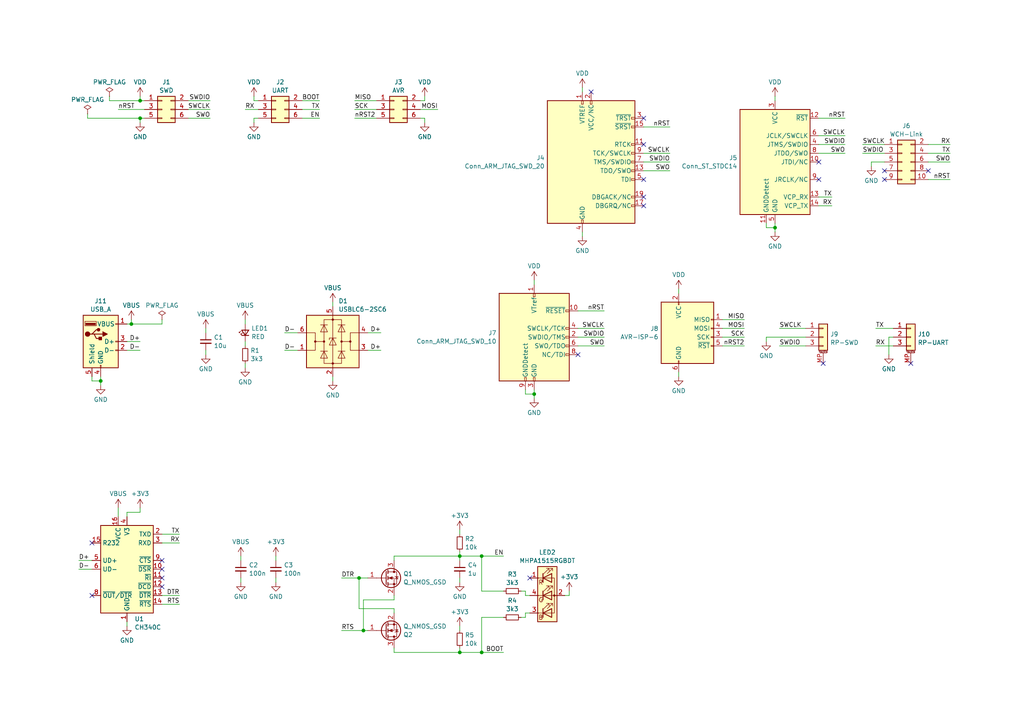
<source format=kicad_sch>
(kicad_sch (version 20230121) (generator eeschema)
  (paper "A4")
  (lib_symbols
    (symbol "Connector:AVR-ISP-6" (pin_names (offset 1.016))
      (property "Reference" "J" (at -6.35 11.43 0))
      (property "Value" "AVR-ISP-6" (at 0 11.43 0))
      (symbol "AVR-ISP-6_0_1"
        (rectangle (start -2.667 -6.858) (end -2.413 -7.62))
        (rectangle (start -2.667 10.16) (end -2.413 9.398))
        (rectangle (start 7.62 -2.413) (end 6.858 -2.667))
        (rectangle (start 7.62 0.127) (end 6.858 -0.127))
        (rectangle (start 7.62 2.667) (end 6.858 2.413))
        (rectangle (start 7.62 5.207) (end 6.858 4.953))
        (rectangle (start 7.62 10.16) (end -7.62 -7.62) (stroke (width 0.254)) (fill (type background)))
      )
      (symbol "AVR-ISP-6_1_1"
        (pin passive line (at 10.16 5.08 180) (length 2.54) (name "MISO") (number "1"))
        (pin passive line (at -2.54 12.7 270) (length 2.54) (name "VCC") (number "2"))
        (pin passive line (at 10.16 0 180) (length 2.54) (name "SCK") (number "3"))
        (pin passive line (at 10.16 2.54 180) (length 2.54) (name "MOSI") (number "4"))
        (pin passive line (at 10.16 -2.54 180) (length 2.54) (name "~{RST}") (number "5"))
        (pin passive line (at -2.54 -10.16 90) (length 2.54) (name "GND") (number "6"))
      )
    )
    (symbol "Connector:Conn_ARM_JTAG_SWD_10" (pin_names (offset 1.016))
      (property "Reference" "J" (at -2.54 16.51 0))
      (property "Value" "Conn_ARM_JTAG_SWD_10" (at -2.54 13.97 0))
      (symbol "Conn_ARM_JTAG_SWD_10_0_1"
        (rectangle (start -10.16 12.7) (end 10.16 -12.7) (stroke (width 0.254)) (fill (type background)))
        (rectangle (start -2.794 -12.7) (end -2.286 -11.684))
        (rectangle (start -0.254 -12.7) (end 0.254 -11.684))
        (rectangle (start -0.254 12.7) (end 0.254 11.684))
        (rectangle (start 9.144 2.286) (end 10.16 2.794))
        (rectangle (start 10.16 -2.794) (end 9.144 -2.286))
        (rectangle (start 10.16 -0.254) (end 9.144 0.254))
        (rectangle (start 10.16 7.874) (end 9.144 7.366))
      )
      (symbol "Conn_ARM_JTAG_SWD_10_1_1"
        (rectangle (start 9.144 -5.334) (end 10.16 -4.826))
        (pin power_in line (at 0 15.24 270) (length 2.54) (name "VTref") (number "1"))
        (pin open_collector line (at 12.7 7.62 180) (length 2.54) (name "~{RESET}") (number "10"))
        (pin bidirectional line (at 12.7 0 180) (length 2.54) (name "SWDIO/TMS") (number "2"))
        (pin power_in line (at 0 -15.24 90) (length 2.54) (name "GND") (number "3"))
        (pin output line (at 12.7 2.54 180) (length 2.54) (name "SWCLK/TCK") (number "4"))
        (pin passive line (at 0 -15.24 90) (length 2.54) hide (name "GND") (number "5"))
        (pin input line (at 12.7 -2.54 180) (length 2.54) (name "SWO/TDO") (number "6"))
        (pin no_connect line (at -10.16 0 0) (length 2.54) hide (name "KEY") (number "7"))
        (pin output line (at 12.7 -5.08 180) (length 2.54) (name "NC/TDI") (number "8"))
        (pin passive line (at -2.54 -15.24 90) (length 2.54) (name "GNDDetect") (number "9"))
      )
    )
    (symbol "Connector:Conn_ARM_JTAG_SWD_20" (pin_names (offset 1.016))
      (property "Reference" "J" (at -5.08 21.59 0))
      (property "Value" "Conn_ARM_JTAG_SWD_20" (at -5.08 19.05 0))
      (symbol "Conn_ARM_JTAG_SWD_20_0_1"
        (rectangle (start -12.7 17.78) (end 12.7 -17.78) (stroke (width 0.254)) (fill (type background)))
        (rectangle (start -2.794 -17.78) (end -2.286 -16.764))
        (rectangle (start -2.794 17.78) (end -2.286 16.764))
        (rectangle (start -0.254 17.78) (end 0.254 16.764))
        (rectangle (start 11.684 2.286) (end 12.7 2.794))
        (rectangle (start 12.7 -12.446) (end 11.684 -12.954))
        (rectangle (start 12.7 -9.906) (end 11.684 -10.414))
        (rectangle (start 12.7 -2.794) (end 11.684 -2.286))
        (rectangle (start 12.7 -0.254) (end 11.684 0.254))
        (rectangle (start 12.7 4.826) (end 11.684 5.334))
        (rectangle (start 12.7 10.414) (end 11.684 9.906))
        (rectangle (start 12.7 12.954) (end 11.684 12.446))
      )
      (symbol "Conn_ARM_JTAG_SWD_20_1_1"
        (rectangle (start 11.684 -5.334) (end 12.7 -4.826))
        (pin power_in line (at -2.54 20.32 270) (length 2.54) (name "VTREF") (number "1"))
        (pin passive line (at -2.54 -20.32 90) (length 2.54) hide (name "GND") (number "10"))
        (pin input line (at 15.24 5.08 180) (length 2.54) (name "RTCK") (number "11"))
        (pin passive line (at -2.54 -20.32 90) (length 2.54) hide (name "GND") (number "12"))
        (pin input line (at 15.24 -2.54 180) (length 2.54) (name "TDO/SWO") (number "13"))
        (pin passive line (at -2.54 -20.32 90) (length 2.54) hide (name "GND") (number "14"))
        (pin bidirectional line (at 15.24 10.16 180) (length 2.54) (name "~{SRST}") (number "15"))
        (pin passive line (at -2.54 -20.32 90) (length 2.54) hide (name "GND") (number "16"))
        (pin output line (at 15.24 -12.7 180) (length 2.54) (name "DBGRQ/NC") (number "17"))
        (pin passive line (at -2.54 -20.32 90) (length 2.54) hide (name "GND") (number "18"))
        (pin input line (at 15.24 -10.16 180) (length 2.54) (name "DBGACK/NC") (number "19"))
        (pin power_in line (at 0 20.32 270) (length 2.54) (name "VCC/NC") (number "2"))
        (pin passive line (at -2.54 -20.32 90) (length 2.54) hide (name "GND") (number "20"))
        (pin output line (at 15.24 12.7 180) (length 2.54) (name "~{TRST}") (number "3"))
        (pin power_in line (at -2.54 -20.32 90) (length 2.54) (name "GND") (number "4"))
        (pin output line (at 15.24 -5.08 180) (length 2.54) (name "TDI") (number "5"))
        (pin passive line (at -2.54 -20.32 90) (length 2.54) hide (name "GND") (number "6"))
        (pin output line (at 15.24 0 180) (length 2.54) (name "TMS/SWDIO") (number "7"))
        (pin passive line (at -2.54 -20.32 90) (length 2.54) hide (name "GND") (number "8"))
        (pin output line (at 15.24 2.54 180) (length 2.54) (name "TCK/SWCLK") (number "9"))
      )
    )
    (symbol "Connector:Conn_ST_STDC14"
      (property "Reference" "J" (at -8.89 16.51 0))
      (property "Value" "Conn_ST_STDC14" (at 17.78 16.51 0))
      (symbol "Conn_ST_STDC14_0_1"
        (rectangle (start -10.16 15.24) (end 10.16 -15.24) (stroke (width 0.254)) (fill (type background)))
      )
      (symbol "Conn_ST_STDC14_1_1"
        (pin no_connect line (at -10.16 5.08 0) (length 2.54) hide (name "NC") (number "1"))
        (pin output line (at 12.7 0 180) (length 2.54) (name "JTDI/NC") (number "10"))
        (pin passive line (at -2.54 -17.78 90) (length 2.54) (name "GNDDetect") (number "11"))
        (pin open_collector line (at 12.7 12.7 180) (length 2.54) (name "~{RST}") (number "12"))
        (pin output line (at 12.7 -10.16 180) (length 2.54) (name "VCP_RX") (number "13"))
        (pin input line (at 12.7 -12.7 180) (length 2.54) (name "VCP_TX") (number "14"))
        (pin no_connect line (at -10.16 2.54 0) (length 2.54) hide (name "NC") (number "2"))
        (pin power_in line (at 0 17.78 270) (length 2.54) (name "VCC") (number "3"))
        (pin bidirectional line (at 12.7 5.08 180) (length 2.54) (name "JTMS/SWDIO") (number "4"))
        (pin power_in line (at 0 -17.78 90) (length 2.54) (name "GND") (number "5"))
        (pin output line (at 12.7 7.62 180) (length 2.54) (name "JCLK/SWCLK") (number "6"))
        (pin passive line (at 0 -17.78 90) (length 2.54) hide (name "GND") (number "7"))
        (pin input line (at 12.7 2.54 180) (length 2.54) (name "JTDO/SWO") (number "8"))
        (pin input line (at 12.7 -5.08 180) (length 2.54) (name "JRCLK/NC") (number "9"))
      )
    )
    (symbol "Connector:USB_A" (pin_names (offset 1.016))
      (property "Reference" "J" (at -5.08 11.43 0))
      (property "Value" "USB_A" (at -5.08 8.89 0))
      (symbol "USB_A_0_1"
        (rectangle (start -5.08 -7.62) (end 5.08 7.62) (stroke (width 0.254)) (fill (type background)))
        (circle (center -3.81 2.159) (radius 0.635) (stroke (width 0.254)) (fill (type outline)))
        (rectangle (start -1.524 4.826) (end -4.318 5.334) (fill (type outline)))
        (rectangle (start -1.27 4.572) (end -4.572 5.842))
        (circle (center -0.635 3.429) (radius 0.381) (stroke (width 0.254)) (fill (type outline)))
        (rectangle (start -0.127 -7.62) (end 0.127 -6.858))
        (polyline (pts (xy -3.175 2.159) (xy -2.54 2.159) (xy -1.27 3.429) (xy -0.635 3.429)) (stroke (width 0.254)))
        (polyline (pts (xy -2.54 2.159) (xy -1.905 2.159) (xy -1.27 0.889) (xy 0 0.889)) (stroke (width 0.254)))
        (polyline (pts (xy 0.635 2.794) (xy 0.635 1.524) (xy 1.905 2.159) (xy 0.635 2.794)) (stroke (width 0.254)) (fill (type outline)))
        (rectangle (start 0.254 1.27) (end -0.508 0.508) (stroke (width 0.254)) (fill (type outline)))
        (rectangle (start 5.08 -2.667) (end 4.318 -2.413))
        (rectangle (start 5.08 -0.127) (end 4.318 0.127))
        (rectangle (start 5.08 4.953) (end 4.318 5.207))
      )
      (symbol "USB_A_1_1"
        (polyline (pts (xy -1.905 2.159) (xy 0.635 2.159)) (stroke (width 0.254)))
        (pin power_in line (at 7.62 5.08 180) (length 2.54) (name "VBUS") (number "1"))
        (pin bidirectional line (at 7.62 -2.54 180) (length 2.54) (name "D-") (number "2"))
        (pin bidirectional line (at 7.62 0 180) (length 2.54) (name "D+") (number "3"))
        (pin power_in line (at 0 -10.16 90) (length 2.54) (name "GND") (number "4"))
        (pin passive line (at -2.54 -10.16 90) (length 2.54) (name "Shield") (number "5"))
      )
    )
    (symbol "Connector_Generic:Conn_02x03_Odd_Even" (pin_names (offset 1.016) hide)
      (property "Reference" "J" (at 1.27 5.08 0))
      (property "Value" "Conn_02x03_Odd_Even" (at 1.27 -5.08 0))
      (symbol "Conn_02x03_Odd_Even_1_1"
        (rectangle (start -1.27 -2.413) (end 0 -2.667) (stroke (width 0.1524)))
        (rectangle (start -1.27 0.127) (end 0 -0.127) (stroke (width 0.1524)))
        (rectangle (start -1.27 2.667) (end 0 2.413) (stroke (width 0.1524)))
        (rectangle (start -1.27 3.81) (end 3.81 -3.81) (stroke (width 0.254)) (fill (type background)))
        (rectangle (start 3.81 -2.413) (end 2.54 -2.667) (stroke (width 0.1524)))
        (rectangle (start 3.81 0.127) (end 2.54 -0.127) (stroke (width 0.1524)))
        (rectangle (start 3.81 2.667) (end 2.54 2.413) (stroke (width 0.1524)))
        (pin passive line (at -5.08 2.54 0) (length 3.81) (name "Pin_1") (number "1"))
        (pin passive line (at 7.62 2.54 180) (length 3.81) (name "Pin_2") (number "2"))
        (pin passive line (at -5.08 0 0) (length 3.81) (name "Pin_3") (number "3"))
        (pin passive line (at 7.62 0 180) (length 3.81) (name "Pin_4") (number "4"))
        (pin passive line (at -5.08 -2.54 0) (length 3.81) (name "Pin_5") (number "5"))
        (pin passive line (at 7.62 -2.54 180) (length 3.81) (name "Pin_6") (number "6"))
      )
    )
    (symbol "Connector_Generic:Conn_02x05_Odd_Even" (pin_names (offset 1.016) hide)
      (property "Reference" "J" (at 1.27 7.62 0))
      (property "Value" "Conn_02x05_Odd_Even" (at 1.27 -7.62 0))
      (symbol "Conn_02x05_Odd_Even_1_1"
        (rectangle (start -1.27 -4.953) (end 0 -5.207) (stroke (width 0.1524)))
        (rectangle (start -1.27 -2.413) (end 0 -2.667) (stroke (width 0.1524)))
        (rectangle (start -1.27 0.127) (end 0 -0.127) (stroke (width 0.1524)))
        (rectangle (start -1.27 2.667) (end 0 2.413) (stroke (width 0.1524)))
        (rectangle (start -1.27 5.207) (end 0 4.953) (stroke (width 0.1524)))
        (rectangle (start -1.27 6.35) (end 3.81 -6.35) (stroke (width 0.254)) (fill (type background)))
        (rectangle (start 3.81 -4.953) (end 2.54 -5.207) (stroke (width 0.1524)))
        (rectangle (start 3.81 -2.413) (end 2.54 -2.667) (stroke (width 0.1524)))
        (rectangle (start 3.81 0.127) (end 2.54 -0.127) (stroke (width 0.1524)))
        (rectangle (start 3.81 2.667) (end 2.54 2.413) (stroke (width 0.1524)))
        (rectangle (start 3.81 5.207) (end 2.54 4.953) (stroke (width 0.1524)))
        (pin passive line (at -5.08 5.08 0) (length 3.81) (name "Pin_1") (number "1"))
        (pin passive line (at 7.62 -5.08 180) (length 3.81) (name "Pin_10") (number "10"))
        (pin passive line (at 7.62 5.08 180) (length 3.81) (name "Pin_2") (number "2"))
        (pin passive line (at -5.08 2.54 0) (length 3.81) (name "Pin_3") (number "3"))
        (pin passive line (at 7.62 2.54 180) (length 3.81) (name "Pin_4") (number "4"))
        (pin passive line (at -5.08 0 0) (length 3.81) (name "Pin_5") (number "5"))
        (pin passive line (at 7.62 0 180) (length 3.81) (name "Pin_6") (number "6"))
        (pin passive line (at -5.08 -2.54 0) (length 3.81) (name "Pin_7") (number "7"))
        (pin passive line (at 7.62 -2.54 180) (length 3.81) (name "Pin_8") (number "8"))
        (pin passive line (at -5.08 -5.08 0) (length 3.81) (name "Pin_9") (number "9"))
      )
    )
    (symbol "Connector_Generic_MountingPin:Conn_01x03_MountingPin" (pin_names (offset 1.016) hide)
      (property "Reference" "J" (at 0 5.08 0))
      (property "Value" "Conn_01x03_MountingPin" (at 1.27 -5.08 0))
      (symbol "Conn_01x03_MountingPin_1_1"
        (rectangle (start -1.27 -2.413) (end 0 -2.667) (stroke (width 0.1524)))
        (rectangle (start -1.27 0.127) (end 0 -0.127) (stroke (width 0.1524)))
        (rectangle (start -1.27 2.667) (end 0 2.413) (stroke (width 0.1524)))
        (rectangle (start -1.27 3.81) (end 1.27 -3.81) (stroke (width 0.254)) (fill (type background)))
        (polyline (pts (xy -1.016 -4.572) (xy 1.016 -4.572)) (stroke (width 0.1524)))
        (text "Mounting" (at 0 -4.191 0) (effects (font (size 0.381 0.381))))
        (pin passive line (at -5.08 2.54 0) (length 3.81) (name "Pin_1") (number "1"))
        (pin passive line (at -5.08 0 0) (length 3.81) (name "Pin_2") (number "2"))
        (pin passive line (at -5.08 -2.54 0) (length 3.81) (name "Pin_3") (number "3"))
        (pin passive line (at 0 -7.62 90) (length 3.048) (name "MountPin") (number "MP"))
      )
    )
    (symbol "Device:C_Small" (pin_numbers hide) (pin_names (offset 0.254) hide)
      (property "Reference" "C" (at 0.254 1.778 0))
      (property "Value" "C_Small" (at 0.254 -2.032 0))
      (symbol "C_Small_0_1"
        (polyline (pts (xy -1.524 -0.508) (xy 1.524 -0.508)) (stroke (width 0.3302)))
        (polyline (pts (xy -1.524 0.508) (xy 1.524 0.508)) (stroke (width 0.3048)))
      )
      (symbol "C_Small_1_1"
        (pin passive line (at 0 2.54 270) (length 2.032) (name "~") (number "1"))
        (pin passive line (at 0 -2.54 90) (length 2.032) (name "~") (number "2"))
      )
    )
    (symbol "Device:LED_RABG" (pin_names (offset 0) hide)
      (property "Reference" "D" (at 0 9.398 0))
      (property "Value" "LED_RABG" (at 0 -8.89 0))
      (symbol "LED_RABG_0_0"
        (text "B" (at -1.905 -6.35 0) (effects (font (size 1.27 1.27))))
        (text "G" (at -1.905 -1.27 0) (effects (font (size 1.27 1.27))))
        (text "R" (at -1.905 3.81 0) (effects (font (size 1.27 1.27))))
      )
      (symbol "LED_RABG_0_1"
        (polyline (pts (xy -1.27 -5.08) (xy -2.54 -5.08)))
        (polyline (pts (xy -1.27 -5.08) (xy 1.27 -5.08)))
        (polyline (pts (xy -1.27 -3.81) (xy -1.27 -6.35)) (stroke (width 0.254)))
        (polyline (pts (xy -1.27 0) (xy -2.54 0)))
        (polyline (pts (xy -1.27 1.27) (xy -1.27 -1.27)) (stroke (width 0.254)))
        (polyline (pts (xy -1.27 5.08) (xy -2.54 5.08)))
        (polyline (pts (xy -1.27 5.08) (xy 1.27 5.08)))
        (polyline (pts (xy -1.27 6.35) (xy -1.27 3.81)) (stroke (width 0.254)))
        (polyline (pts (xy 1.27 0) (xy -1.27 0)))
        (polyline (pts (xy 1.27 0) (xy 2.54 0)))
        (polyline (pts (xy -1.27 1.27) (xy -1.27 -1.27) (xy -1.27 -1.27)))
        (polyline (pts (xy -1.27 6.35) (xy -1.27 3.81) (xy -1.27 3.81)))
        (polyline (pts (xy 1.27 -5.08) (xy 2.032 -5.08) (xy 2.032 5.08) (xy 1.27 5.08)))
        (polyline (pts (xy 1.27 -3.81) (xy 1.27 -6.35) (xy -1.27 -5.08) (xy 1.27 -3.81)) (stroke (width 0.254)))
        (polyline (pts (xy 1.27 1.27) (xy 1.27 -1.27) (xy -1.27 0) (xy 1.27 1.27)) (stroke (width 0.254)))
        (polyline (pts (xy 1.27 6.35) (xy 1.27 3.81) (xy -1.27 5.08) (xy 1.27 6.35)) (stroke (width 0.254)))
        (polyline (pts (xy -1.016 -3.81) (xy 0.508 -2.286) (xy -0.254 -2.286) (xy 0.508 -2.286) (xy 0.508 -3.048)))
        (polyline (pts (xy -1.016 1.27) (xy 0.508 2.794) (xy -0.254 2.794) (xy 0.508 2.794) (xy 0.508 2.032)))
        (polyline (pts (xy -1.016 6.35) (xy 0.508 7.874) (xy -0.254 7.874) (xy 0.508 7.874) (xy 0.508 7.112)))
        (polyline (pts (xy 0 -3.81) (xy 1.524 -2.286) (xy 0.762 -2.286) (xy 1.524 -2.286) (xy 1.524 -3.048)))
        (polyline (pts (xy 0 1.27) (xy 1.524 2.794) (xy 0.762 2.794) (xy 1.524 2.794) (xy 1.524 2.032)))
        (polyline (pts (xy 0 6.35) (xy 1.524 7.874) (xy 0.762 7.874) (xy 1.524 7.874) (xy 1.524 7.112)))
        (rectangle (start 1.27 -1.27) (end 1.27 1.27))
        (rectangle (start 1.27 1.27) (end 1.27 1.27))
        (rectangle (start 1.27 3.81) (end 1.27 6.35))
        (rectangle (start 1.27 6.35) (end 1.27 6.35))
        (circle (center 2.032 0) (radius 0.254) (fill (type outline)))
        (rectangle (start 2.794 8.382) (end -2.794 -7.62) (stroke (width 0.254)) (fill (type background)))
      )
      (symbol "LED_RABG_1_1"
        (pin passive line (at -5.08 5.08 0) (length 2.54) (name "RK") (number "1"))
        (pin passive line (at 5.08 0 180) (length 2.54) (name "A") (number "2"))
        (pin passive line (at -5.08 -5.08 0) (length 2.54) (name "BK") (number "3"))
        (pin passive line (at -5.08 0 0) (length 2.54) (name "GK") (number "4"))
      )
    )
    (symbol "Device:LED_Small" (pin_numbers hide) (pin_names (offset 0.254) hide)
      (property "Reference" "D" (at -1.27 3.175 0))
      (property "Value" "LED_Small" (at -4.445 -2.54 0))
      (symbol "LED_Small_0_1"
        (polyline (pts (xy -0.762 -1.016) (xy -0.762 1.016)) (stroke (width 0.254)))
        (polyline (pts (xy 1.016 0) (xy -0.762 0)))
        (polyline (pts (xy 0.762 -1.016) (xy -0.762 0) (xy 0.762 1.016) (xy 0.762 -1.016)) (stroke (width 0.254)))
        (polyline (pts (xy 0 0.762) (xy -0.508 1.27) (xy -0.254 1.27) (xy -0.508 1.27) (xy -0.508 1.016)))
        (polyline (pts (xy 0.508 1.27) (xy 0 1.778) (xy 0.254 1.778) (xy 0 1.778) (xy 0 1.524)))
      )
      (symbol "LED_Small_1_1"
        (pin passive line (at -2.54 0 0) (length 1.778) (name "K") (number "1"))
        (pin passive line (at 2.54 0 180) (length 1.778) (name "A") (number "2"))
      )
    )
    (symbol "Device:Q_NMOS_GSD" (pin_names (offset 0) hide)
      (property "Reference" "Q" (at 5.08 1.27 0))
      (property "Value" "Q_NMOS_GSD" (at 5.08 -1.27 0))
      (symbol "Q_NMOS_GSD_0_1"
        (polyline (pts (xy 0.254 0) (xy -2.54 0)))
        (polyline (pts (xy 0.254 1.905) (xy 0.254 -1.905)) (stroke (width 0.254)))
        (polyline (pts (xy 0.762 -1.27) (xy 0.762 -2.286)) (stroke (width 0.254)))
        (polyline (pts (xy 0.762 0.508) (xy 0.762 -0.508)) (stroke (width 0.254)))
        (polyline (pts (xy 0.762 2.286) (xy 0.762 1.27)) (stroke (width 0.254)))
        (polyline (pts (xy 2.54 2.54) (xy 2.54 1.778)))
        (polyline (pts (xy 2.54 -2.54) (xy 2.54 0) (xy 0.762 0)))
        (polyline (pts (xy 0.762 -1.778) (xy 3.302 -1.778) (xy 3.302 1.778) (xy 0.762 1.778)))
        (polyline (pts (xy 1.016 0) (xy 2.032 0.381) (xy 2.032 -0.381) (xy 1.016 0)) (fill (type outline)))
        (polyline (pts (xy 2.794 0.508) (xy 2.921 0.381) (xy 3.683 0.381) (xy 3.81 0.254)))
        (polyline (pts (xy 3.302 0.381) (xy 2.921 -0.254) (xy 3.683 -0.254) (xy 3.302 0.381)))
        (circle (center 1.651 0) (radius 2.794) (stroke (width 0.254)))
        (circle (center 2.54 -1.778) (radius 0.254) (fill (type outline)))
        (circle (center 2.54 1.778) (radius 0.254) (fill (type outline)))
      )
      (symbol "Q_NMOS_GSD_1_1"
        (pin input line (at -5.08 0 0) (length 2.54) (name "G") (number "1"))
        (pin passive line (at 2.54 -5.08 90) (length 2.54) (name "S") (number "2"))
        (pin passive line (at 2.54 5.08 270) (length 2.54) (name "D") (number "3"))
      )
    )
    (symbol "Device:R_Small" (pin_numbers hide) (pin_names (offset 0.254) hide)
      (property "Reference" "R" (at 0.762 0.508 0))
      (property "Value" "R_Small" (at 0.762 -1.016 0))
      (symbol "R_Small_0_1"
        (rectangle (start -0.762 1.778) (end 0.762 -1.778) (stroke (width 0.2032)))
      )
      (symbol "R_Small_1_1"
        (pin passive line (at 0 2.54 270) (length 0.762) (name "~") (number "1"))
        (pin passive line (at 0 -2.54 90) (length 0.762) (name "~") (number "2"))
      )
    )
    (symbol "Interface_USB:CH340C"
      (property "Reference" "U" (at -5.08 13.97 0))
      (property "Value" "CH340C" (at 1.27 13.97 0))
      (symbol "CH340C_0_1"
        (rectangle (start -7.62 12.7) (end 7.62 -12.7) (stroke (width 0.254)) (fill (type background)))
      )
      (symbol "CH340C_1_1"
        (pin power_in line (at 0 -15.24 90) (length 2.54) (name "GND") (number "1"))
        (pin input line (at 10.16 0 180) (length 2.54) (name "~{DSR}") (number "10"))
        (pin input line (at 10.16 -2.54 180) (length 2.54) (name "~{RI}") (number "11"))
        (pin input line (at 10.16 -5.08 180) (length 2.54) (name "~{DCD}") (number "12"))
        (pin output line (at 10.16 -7.62 180) (length 2.54) (name "~{DTR}") (number "13"))
        (pin output line (at 10.16 -10.16 180) (length 2.54) (name "~{RTS}") (number "14"))
        (pin input line (at -10.16 7.62 0) (length 2.54) (name "R232") (number "15"))
        (pin power_in line (at -2.54 15.24 270) (length 2.54) (name "VCC") (number "16"))
        (pin output line (at 10.16 10.16 180) (length 2.54) (name "TXD") (number "2"))
        (pin input line (at 10.16 7.62 180) (length 2.54) (name "RXD") (number "3"))
        (pin power_out line (at 0 15.24 270) (length 2.54) (name "V3") (number "4"))
        (pin bidirectional line (at -10.16 2.54 0) (length 2.54) (name "UD+") (number "5"))
        (pin bidirectional line (at -10.16 0 0) (length 2.54) (name "UD-") (number "6"))
        (pin no_connect line (at -7.62 -5.08 0) (length 2.54) hide (name "NC") (number "7"))
        (pin output line (at -10.16 -7.62 0) (length 2.54) (name "~{OUT}/~{DTR}") (number "8"))
        (pin input line (at 10.16 2.54 180) (length 2.54) (name "~{CTS}") (number "9"))
      )
    )
    (symbol "Power_Protection:USBLC6-2SC6" (pin_names hide)
      (property "Reference" "U" (at 2.54 8.89 0))
      (property "Value" "USBLC6-2SC6" (at 2.54 -8.89 0))
      (symbol "USBLC6-2SC6_0_1"
        (rectangle (start -7.62 -7.62) (end 7.62 7.62) (stroke (width 0.254)) (fill (type background)))
        (circle (center -5.08 0) (radius 0.254) (fill (type outline)))
        (circle (center -2.54 0) (radius 0.254) (fill (type outline)))
        (rectangle (start -2.54 6.35) (end 2.54 -6.35))
        (circle (center 0 -6.35) (radius 0.254) (fill (type outline)))
        (polyline (pts (xy -5.08 -2.54) (xy -7.62 -2.54)))
        (polyline (pts (xy -5.08 0) (xy -5.08 -2.54)))
        (polyline (pts (xy -5.08 2.54) (xy -7.62 2.54)))
        (polyline (pts (xy -1.524 -2.794) (xy -3.556 -2.794)))
        (polyline (pts (xy -1.524 4.826) (xy -3.556 4.826)))
        (polyline (pts (xy 0 -7.62) (xy 0 -6.35)))
        (polyline (pts (xy 0 -6.35) (xy 0 1.27)))
        (polyline (pts (xy 0 1.27) (xy 0 6.35)))
        (polyline (pts (xy 0 6.35) (xy 0 7.62)))
        (polyline (pts (xy 1.524 -2.794) (xy 3.556 -2.794)))
        (polyline (pts (xy 1.524 4.826) (xy 3.556 4.826)))
        (polyline (pts (xy 5.08 -2.54) (xy 7.62 -2.54)))
        (polyline (pts (xy 5.08 0) (xy 5.08 -2.54)))
        (polyline (pts (xy 5.08 2.54) (xy 7.62 2.54)))
        (polyline (pts (xy -2.54 0) (xy -5.08 0) (xy -5.08 2.54)))
        (polyline (pts (xy 2.54 0) (xy 5.08 0) (xy 5.08 2.54)))
        (polyline (pts (xy -3.556 -4.826) (xy -1.524 -4.826) (xy -2.54 -2.794) (xy -3.556 -4.826)))
        (polyline (pts (xy -3.556 2.794) (xy -1.524 2.794) (xy -2.54 4.826) (xy -3.556 2.794)))
        (polyline (pts (xy -1.016 -1.016) (xy 1.016 -1.016) (xy 0 1.016) (xy -1.016 -1.016)))
        (polyline (pts (xy 1.016 1.016) (xy 0.762 1.016) (xy -1.016 1.016) (xy -1.016 0.508)))
        (polyline (pts (xy 3.556 -4.826) (xy 1.524 -4.826) (xy 2.54 -2.794) (xy 3.556 -4.826)))
        (polyline (pts (xy 3.556 2.794) (xy 1.524 2.794) (xy 2.54 4.826) (xy 3.556 2.794)))
        (circle (center 0 6.35) (radius 0.254) (fill (type outline)))
        (circle (center 2.54 0) (radius 0.254) (fill (type outline)))
        (circle (center 5.08 0) (radius 0.254) (fill (type outline)))
      )
      (symbol "USBLC6-2SC6_1_1"
        (pin passive line (at -10.16 -2.54 0) (length 2.54) (name "I/O1") (number "1"))
        (pin passive line (at 0 -10.16 90) (length 2.54) (name "GND") (number "2"))
        (pin passive line (at 10.16 -2.54 180) (length 2.54) (name "I/O2") (number "3"))
        (pin passive line (at 10.16 2.54 180) (length 2.54) (name "I/O2") (number "4"))
        (pin passive line (at 0 10.16 270) (length 2.54) (name "VBUS") (number "5"))
        (pin passive line (at -10.16 2.54 0) (length 2.54) (name "I/O1") (number "6"))
      )
    )
    (symbol "power:+3V3" (power) (pin_names (offset 0))
      (property "Value" "+3V3" (at 0 3.556 0))
      (symbol "+3V3_0_1"
        (polyline (pts (xy -0.762 1.27) (xy 0 2.54)))
        (polyline (pts (xy 0 0) (xy 0 2.54)))
        (polyline (pts (xy 0 2.54) (xy 0.762 1.27)))
      )
      (symbol "+3V3_1_1"
        (pin power_in line (at 0 0 90) (length 0) hide (name "+3V3") (number "1"))
      )
    )
    (symbol "power:GND" (power) (pin_names (offset 0))
      (property "Value" "GND" (at 0 -3.81 0))
      (symbol "GND_0_1"
        (polyline (pts (xy 0 0) (xy 0 -1.27) (xy 1.27 -1.27) (xy 0 -2.54) (xy -1.27 -1.27) (xy 0 -1.27)))
      )
      (symbol "GND_1_1"
        (pin power_in line (at 0 0 270) (length 0) hide (name "GND") (number "1"))
      )
    )
    (symbol "power:PWR_FLAG" (power) (pin_numbers hide) (pin_names (offset 0) hide)
      (property "Value" "PWR_FLAG" (at 0 3.81 0))
      (symbol "PWR_FLAG_0_0"
        (pin power_out line (at 0 0 90) (length 0) (name "pwr") (number "1"))
      )
      (symbol "PWR_FLAG_0_1"
        (polyline (pts (xy 0 0) (xy 0 1.27) (xy -1.016 1.905) (xy 0 2.54) (xy 1.016 1.905) (xy 0 1.27)))
      )
    )
    (symbol "power:VBUS" (power) (pin_names (offset 0))
      (property "Value" "VBUS" (at 0 3.81 0))
      (symbol "VBUS_0_1"
        (polyline (pts (xy -0.762 1.27) (xy 0 2.54)))
        (polyline (pts (xy 0 0) (xy 0 2.54)))
        (polyline (pts (xy 0 2.54) (xy 0.762 1.27)))
      )
      (symbol "VBUS_1_1"
        (pin power_in line (at 0 0 90) (length 0) hide (name "VBUS") (number "1"))
      )
    )
    (symbol "power:VDD" (power) (pin_names (offset 0))
      (property "Value" "VDD" (at 0 3.81 0))
      (symbol "VDD_0_1"
        (polyline (pts (xy -0.762 1.27) (xy 0 2.54)))
        (polyline (pts (xy 0 0) (xy 0 2.54)))
        (polyline (pts (xy 0 2.54) (xy 0.762 1.27)))
      )
      (symbol "VDD_1_1"
        (pin power_in line (at 0 0 90) (length 0) hide (name "VDD") (number "1"))
      )
    )
  )
  (junction (at 224.79 66.04))
  (junction (at 29.21 110.49))
  (junction (at 154.94 114.3))
  (junction (at 133.35 161.29))
  (junction (at 40.64 34.29))
  (junction (at 104.14 167.64))
  (junction (at 139.7 161.29))
  (junction (at 105.41 182.88))
  (junction (at 38.1 93.98))
  (junction (at 40.64 29.21))
  (junction (at 133.35 189.23))
  (junction (at 139.7 189.23))
  (no_connect (at 153.67 167.64))
  (no_connect (at 256.54 49.53))
  (no_connect (at 186.69 57.15))
  (no_connect (at 264.16 105.41))
  (no_connect (at 167.64 102.87))
  (no_connect (at 186.69 34.29))
  (no_connect (at 186.69 59.69))
  (no_connect (at 256.54 52.07))
  (no_connect (at 186.69 41.91))
  (no_connect (at 237.49 46.99))
  (no_connect (at 46.99 170.18))
  (no_connect (at 26.67 157.48))
  (no_connect (at 238.76 105.41))
  (no_connect (at 46.99 165.1))
  (no_connect (at 46.99 167.64))
  (no_connect (at 269.24 49.53))
  (no_connect (at 46.99 162.56))
  (no_connect (at 237.49 52.07))
  (no_connect (at 26.67 172.72))
  (no_connect (at 171.45 26.67))
  (no_connect (at 186.69 52.07))
  (wire (pts (xy 96.52 109.22) (xy 96.52 110.49)))
  (wire (pts (xy 59.69 101.6) (xy 59.69 102.87)))
  (wire (pts (xy 167.64 100.33) (xy 175.26 100.33)))
  (wire (pts (xy 269.24 46.99) (xy 275.59 46.99)))
  (wire (pts (xy 237.49 59.69) (xy 241.3 59.69)))
  (wire (pts (xy 38.1 92.71) (xy 38.1 93.98)))
  (wire (pts (xy 237.49 34.29) (xy 245.11 34.29)))
  (wire (pts (xy 22.86 162.56) (xy 26.67 162.56)))
  (wire (pts (xy 196.85 107.95) (xy 196.85 109.22)))
  (wire (pts (xy 73.66 29.21) (xy 74.93 29.21)))
  (wire (pts (xy 139.7 161.29) (xy 146.05 161.29)))
  (wire (pts (xy 237.49 44.45) (xy 245.11 44.45)))
  (wire (pts (xy 36.83 99.06) (xy 40.64 99.06)))
  (wire (pts (xy 209.55 95.25) (xy 215.9 95.25)))
  (wire (pts (xy 133.35 160.02) (xy 133.35 161.29)))
  (wire (pts (xy 222.25 64.77) (xy 222.25 66.04)))
  (wire (pts (xy 71.12 31.75) (xy 74.93 31.75)))
  (wire (pts (xy 82.55 101.6) (xy 86.36 101.6)))
  (wire (pts (xy 146.05 171.45) (xy 139.7 171.45)))
  (wire (pts (xy 36.83 180.34) (xy 36.83 181.61)))
  (wire (pts (xy 222.25 97.79) (xy 233.68 97.79)))
  (wire (pts (xy 167.64 97.79) (xy 175.26 97.79)))
  (wire (pts (xy 114.3 173.99) (xy 114.3 172.72)))
  (wire (pts (xy 152.4 113.03) (xy 152.4 114.3)))
  (wire (pts (xy 36.83 101.6) (xy 40.64 101.6)))
  (wire (pts (xy 71.12 99.06) (xy 71.12 100.33)))
  (wire (pts (xy 165.1 171.45) (xy 165.1 172.72)))
  (wire (pts (xy 106.68 101.6) (xy 110.49 101.6)))
  (wire (pts (xy 237.49 41.91) (xy 245.11 41.91)))
  (wire (pts (xy 167.64 95.25) (xy 175.26 95.25)))
  (wire (pts (xy 151.13 179.07) (xy 152.4 179.07)))
  (wire (pts (xy 38.1 93.98) (xy 46.99 93.98)))
  (wire (pts (xy 46.99 92.71) (xy 46.99 93.98)))
  (wire (pts (xy 29.21 110.49) (xy 29.21 111.76)))
  (wire (pts (xy 38.1 93.98) (xy 36.83 93.98)))
  (wire (pts (xy 46.99 157.48) (xy 52.07 157.48)))
  (wire (pts (xy 254 95.25) (xy 259.08 95.25)))
  (wire (pts (xy 73.66 34.29) (xy 74.93 34.29)))
  (wire (pts (xy 186.69 44.45) (xy 194.31 44.45)))
  (wire (pts (xy 105.41 173.99) (xy 114.3 173.99)))
  (wire (pts (xy 71.12 92.71) (xy 71.12 93.98)))
  (wire (pts (xy 226.06 100.33) (xy 233.68 100.33)))
  (wire (pts (xy 222.25 99.06) (xy 222.25 97.79)))
  (wire (pts (xy 254 100.33) (xy 259.08 100.33)))
  (wire (pts (xy 54.61 29.21) (xy 60.96 29.21)))
  (wire (pts (xy 152.4 114.3) (xy 154.94 114.3)))
  (wire (pts (xy 224.79 66.04) (xy 224.79 67.31)))
  (wire (pts (xy 87.63 34.29) (xy 92.71 34.29)))
  (wire (pts (xy 25.4 33.02) (xy 25.4 34.29)))
  (wire (pts (xy 123.19 29.21) (xy 121.92 29.21)))
  (wire (pts (xy 73.66 35.56) (xy 73.66 34.29)))
  (wire (pts (xy 59.69 95.25) (xy 59.69 96.52)))
  (wire (pts (xy 106.68 96.52) (xy 110.49 96.52)))
  (wire (pts (xy 36.83 148.59) (xy 40.64 148.59)))
  (wire (pts (xy 25.4 34.29) (xy 40.64 34.29)))
  (wire (pts (xy 257.81 97.79) (xy 259.08 97.79)))
  (wire (pts (xy 133.35 153.67) (xy 133.35 154.94)))
  (wire (pts (xy 105.41 182.88) (xy 105.41 173.99)))
  (wire (pts (xy 73.66 27.94) (xy 73.66 29.21)))
  (wire (pts (xy 252.73 46.99) (xy 256.54 46.99)))
  (wire (pts (xy 133.35 167.64) (xy 133.35 168.91)))
  (wire (pts (xy 106.68 182.88) (xy 105.41 182.88)))
  (wire (pts (xy 152.4 172.72) (xy 152.4 171.45)))
  (wire (pts (xy 114.3 162.56) (xy 114.3 161.29)))
  (wire (pts (xy 80.01 167.64) (xy 80.01 168.91)))
  (wire (pts (xy 114.3 187.96) (xy 114.3 189.23)))
  (wire (pts (xy 168.91 25.4) (xy 168.91 26.67)))
  (wire (pts (xy 186.69 46.99) (xy 194.31 46.99)))
  (wire (pts (xy 96.52 87.63) (xy 96.52 88.9)))
  (wire (pts (xy 250.19 44.45) (xy 256.54 44.45)))
  (wire (pts (xy 133.35 187.96) (xy 133.35 189.23)))
  (wire (pts (xy 71.12 105.41) (xy 71.12 106.68)))
  (wire (pts (xy 133.35 189.23) (xy 139.7 189.23)))
  (wire (pts (xy 152.4 177.8) (xy 152.4 179.07)))
  (wire (pts (xy 31.75 27.94) (xy 31.75 29.21)))
  (wire (pts (xy 133.35 161.29) (xy 133.35 162.56)))
  (wire (pts (xy 121.92 34.29) (xy 123.19 34.29)))
  (wire (pts (xy 153.67 177.8) (xy 152.4 177.8)))
  (wire (pts (xy 87.63 31.75) (xy 92.71 31.75)))
  (wire (pts (xy 40.64 34.29) (xy 40.64 35.56)))
  (wire (pts (xy 154.94 81.28) (xy 154.94 82.55)))
  (wire (pts (xy 152.4 171.45) (xy 151.13 171.45)))
  (wire (pts (xy 54.61 34.29) (xy 60.96 34.29)))
  (wire (pts (xy 46.99 172.72) (xy 52.07 172.72)))
  (wire (pts (xy 80.01 161.29) (xy 80.01 162.56)))
  (wire (pts (xy 69.85 161.29) (xy 69.85 162.56)))
  (wire (pts (xy 269.24 52.07) (xy 275.59 52.07)))
  (wire (pts (xy 209.55 97.79) (xy 215.9 97.79)))
  (wire (pts (xy 222.25 66.04) (xy 224.79 66.04)))
  (wire (pts (xy 154.94 114.3) (xy 154.94 115.57)))
  (wire (pts (xy 153.67 172.72) (xy 152.4 172.72)))
  (wire (pts (xy 209.55 100.33) (xy 215.9 100.33)))
  (wire (pts (xy 29.21 109.22) (xy 29.21 110.49)))
  (wire (pts (xy 146.05 179.07) (xy 139.7 179.07)))
  (wire (pts (xy 69.85 167.64) (xy 69.85 168.91)))
  (wire (pts (xy 133.35 161.29) (xy 139.7 161.29)))
  (wire (pts (xy 139.7 161.29) (xy 139.7 171.45)))
  (wire (pts (xy 87.63 29.21) (xy 92.71 29.21)))
  (wire (pts (xy 186.69 36.83) (xy 194.31 36.83)))
  (wire (pts (xy 250.19 41.91) (xy 256.54 41.91)))
  (wire (pts (xy 237.49 39.37) (xy 245.11 39.37)))
  (wire (pts (xy 114.3 176.53) (xy 104.14 176.53)))
  (wire (pts (xy 40.64 27.94) (xy 40.64 29.21)))
  (wire (pts (xy 26.67 110.49) (xy 29.21 110.49)))
  (wire (pts (xy 168.91 67.31) (xy 168.91 68.58)))
  (wire (pts (xy 154.94 113.03) (xy 154.94 114.3)))
  (wire (pts (xy 46.99 175.26) (xy 52.07 175.26)))
  (wire (pts (xy 237.49 57.15) (xy 241.3 57.15)))
  (wire (pts (xy 224.79 27.94) (xy 224.79 29.21)))
  (wire (pts (xy 114.3 161.29) (xy 133.35 161.29)))
  (wire (pts (xy 139.7 189.23) (xy 146.05 189.23)))
  (wire (pts (xy 114.3 189.23) (xy 133.35 189.23)))
  (wire (pts (xy 22.86 165.1) (xy 26.67 165.1)))
  (wire (pts (xy 133.35 181.61) (xy 133.35 182.88)))
  (wire (pts (xy 99.06 182.88) (xy 105.41 182.88)))
  (wire (pts (xy 226.06 95.25) (xy 233.68 95.25)))
  (wire (pts (xy 104.14 176.53) (xy 104.14 167.64)))
  (wire (pts (xy 269.24 44.45) (xy 275.59 44.45)))
  (wire (pts (xy 252.73 48.26) (xy 252.73 46.99)))
  (wire (pts (xy 102.87 31.75) (xy 109.22 31.75)))
  (wire (pts (xy 36.83 149.86) (xy 36.83 148.59)))
  (wire (pts (xy 40.64 29.21) (xy 41.91 29.21)))
  (wire (pts (xy 104.14 167.64) (xy 106.68 167.64)))
  (wire (pts (xy 31.75 29.21) (xy 40.64 29.21)))
  (wire (pts (xy 167.64 90.17) (xy 175.26 90.17)))
  (wire (pts (xy 123.19 34.29) (xy 123.19 35.56)))
  (wire (pts (xy 54.61 31.75) (xy 60.96 31.75)))
  (wire (pts (xy 257.81 102.87) (xy 257.81 97.79)))
  (wire (pts (xy 102.87 29.21) (xy 109.22 29.21)))
  (wire (pts (xy 139.7 179.07) (xy 139.7 189.23)))
  (wire (pts (xy 114.3 177.8) (xy 114.3 176.53)))
  (wire (pts (xy 269.24 41.91) (xy 275.59 41.91)))
  (wire (pts (xy 165.1 172.72) (xy 163.83 172.72)))
  (wire (pts (xy 82.55 96.52) (xy 86.36 96.52)))
  (wire (pts (xy 209.55 92.71) (xy 215.9 92.71)))
  (wire (pts (xy 34.29 31.75) (xy 41.91 31.75)))
  (wire (pts (xy 34.29 147.32) (xy 34.29 149.86)))
  (wire (pts (xy 186.69 49.53) (xy 194.31 49.53)))
  (wire (pts (xy 123.19 27.94) (xy 123.19 29.21)))
  (wire (pts (xy 224.79 64.77) (xy 224.79 66.04)))
  (wire (pts (xy 102.87 34.29) (xy 109.22 34.29)))
  (wire (pts (xy 40.64 147.32) (xy 40.64 148.59)))
  (wire (pts (xy 40.64 34.29) (xy 41.91 34.29)))
  (wire (pts (xy 196.85 83.82) (xy 196.85 85.09)))
  (wire (pts (xy 26.67 109.22) (xy 26.67 110.49)))
  (wire (pts (xy 99.06 167.64) (xy 104.14 167.64)))
  (wire (pts (xy 121.92 31.75) (xy 127 31.75)))
  (wire (pts (xy 46.99 154.94) (xy 52.07 154.94)))
  (label "SCK" (at 102.87 31.75 0))
  (label "SWO" (at 245.11 44.45 180))
  (label "SWCLK" (at 60.96 31.75 180))
  (label "EN" (at 92.71 34.29 180))
  (label "D+" (at 110.49 96.52 180))
  (label "TX" (at 92.71 31.75 180))
  (label "TX" (at 254 95.25 0))
  (label "SWDIO" (at 175.26 97.79 180))
  (label "RX" (at 241.3 59.69 180))
  (label "D-" (at 82.55 101.6 0))
  (label "TX" (at 52.07 154.94 180))
  (label "RTS" (at 99.06 182.88 0))
  (label "SWO" (at 175.26 100.33 180))
  (label "MOSI" (at 127 31.75 180))
  (label "nRST" (at 245.11 34.29 180))
  (label "BOOT" (at 146.05 189.23 180))
  (label "D-" (at 82.55 96.52 0))
  (label "BOOT" (at 92.71 29.21 180))
  (label "RX" (at 71.12 31.75 0))
  (label "SWCLK" (at 226.06 95.25 0))
  (label "SWCLK" (at 245.11 39.37 180))
  (label "TX" (at 275.59 44.45 180))
  (label "SWDIO" (at 194.31 46.99 180))
  (label "RX" (at 254 100.33 0))
  (label "SWDIO" (at 250.19 44.45 0))
  (label "SWO" (at 275.59 46.99 180))
  (label "RTS" (at 52.07 175.26 180))
  (label "EN" (at 146.05 161.29 180))
  (label "TX" (at 241.3 57.15 180))
  (label "DTR" (at 52.07 172.72 180))
  (label "RX" (at 275.59 41.91 180))
  (label "D+" (at 22.86 162.56 0))
  (label "nRST" (at 194.31 36.83 180))
  (label "D+" (at 110.49 101.6 180))
  (label "DTR" (at 99.06 167.64 0))
  (label "SWO" (at 60.96 34.29 180))
  (label "SWCLK" (at 250.19 41.91 0))
  (label "SWO" (at 194.31 49.53 180))
  (label "SWCLK" (at 175.26 95.25 180))
  (label "RX" (at 52.07 157.48 180))
  (label "nRST" (at 175.26 90.17 180))
  (label "MISO" (at 102.87 29.21 0))
  (label "D-" (at 22.86 165.1 0))
  (label "nRST" (at 34.29 31.75 0))
  (label "D-" (at 40.64 101.6 180))
  (label "D+" (at 40.64 99.06 180))
  (label "nRST2" (at 102.87 34.29 0))
  (label "nRST" (at 275.59 52.07 180))
  (label "MISO" (at 215.9 92.71 180))
  (label "nRST2" (at 215.9 100.33 180))
  (label "SWDIO" (at 245.11 41.91 180))
  (label "SCK" (at 215.9 97.79 180))
  (label "MOSI" (at 215.9 95.25 180))
  (label "SWCLK" (at 194.31 44.45 180))
  (label "SWDIO" (at 226.06 100.33 0))
  (label "SWDIO" (at 60.96 29.21 180))
  (symbol (lib_id "power:GND") (at 71.12 106.68 0) (unit 1)
    (property "Reference" "#PWR021" (effects hide))
    (property "Value" "GND" (at 71.12 110.8131 0))
  )
  (symbol (lib_id "power:+3V3") (at 80.01 161.29 0) (unit 1)
    (property "Reference" "#PWR030" (effects hide))
    (property "Value" "+3V3" (at 80.01 157.1569 0))
  )
  (symbol (lib_id "power:VBUS") (at 71.12 92.71 0) (unit 1)
    (property "Reference" "#PWR016" (effects hide))
    (property "Value" "VBUS" (at 71.12 88.5769 0))
  )
  (symbol (lib_id "power:VBUS") (at 34.29 147.32 0) (unit 1)
    (property "Reference" "#PWR026" (effects hide))
    (property "Value" "VBUS" (at 34.29 143.1869 0))
  )
  (symbol (lib_id "Connector_Generic:Conn_02x03_Odd_Even") (at 114.3 31.75 0) (unit 1)
    (property "Reference" "J3" (at 115.57 23.7957 0))
    (property "Value" "AVR" (at 115.57 26.2199 0))
    (property "Footprint" "Connector_IDC:IDC-Header_2x03_P2.54mm_Vertical_SMD" (effects hide))
  )
  (symbol (lib_id "power:VDD") (at 168.91 25.4 0) (unit 1)
    (property "Reference" "#PWR01" (effects hide))
    (property "Value" "VDD" (at 168.91 21.2669 0))
  )
  (symbol (lib_id "power:VDD") (at 73.66 27.94 0) (unit 1)
    (property "Reference" "#PWR03" (effects hide))
    (property "Value" "VDD" (at 73.66 23.8069 0))
  )
  (symbol (lib_id "power:VBUS") (at 69.85 161.29 0) (unit 1)
    (property "Reference" "#PWR029" (effects hide))
    (property "Value" "VBUS" (at 69.85 157.1569 0))
  )
  (symbol (lib_id "power:GND") (at 257.81 102.87 0) (unit 1)
    (property "Reference" "#PWR020" (effects hide))
    (property "Value" "GND" (at 257.81 107.0031 0))
  )
  (symbol (lib_id "power:+3V3") (at 133.35 181.61 0) (unit 1)
    (property "Reference" "#PWR036" (effects hide))
    (property "Value" "+3V3" (at 133.35 177.4769 0))
  )
  (symbol (lib_id "Connector:Conn_ARM_JTAG_SWD_10") (at 154.94 97.79 0) (unit 1)
    (property "Reference" "J7" (at 144.0181 96.5779 0) (effects (justify right)))
    (property "Value" "Conn_ARM_JTAG_SWD_10" (at 144.0181 99.0021 0) (effects (justify right)))
    (property "Footprint" "Connector_PinHeader_1.27mm:PinHeader_2x05_P1.27mm_Vertical_SMD" (effects hide))
    (property "Datasheet" "http://infocenter.arm.com/help/topic/com.arm.doc.ddi0314h/DDI0314H_coresight_components_trm.pdf" (effects hide))
  )
  (symbol (lib_id "power:VDD") (at 154.94 81.28 0) (unit 1)
    (property "Reference" "#PWR012" (effects hide))
    (property "Value" "VDD" (at 154.94 77.1469 0))
  )
  (symbol (lib_id "Device:R_Small") (at 133.35 185.42 0) (unit 1)
    (property "Reference" "R5" (at 134.8486 184.2079 0) (effects (justify left)))
    (property "Value" "10k" (at 134.8486 186.6321 0) (effects (justify left)))
    (property "Footprint" "Resistor_SMD:R_0402_1005Metric" (effects hide))
  )
  (symbol (lib_id "power:VDD") (at 123.19 27.94 0) (unit 1)
    (property "Reference" "#PWR04" (effects hide))
    (property "Value" "VDD" (at 123.19 23.8069 0))
  )
  (symbol (lib_id "Connector_Generic:Conn_02x05_Odd_Even") (at 261.62 46.99 0) (unit 1)
    (property "Reference" "J6" (at 262.89 36.4957 0))
    (property "Value" "WCH-Link" (at 262.89 38.9199 0))
    (property "Footprint" "Connector_PinSocket_2.54mm:PinSocket_2x05_P2.54mm_Horizontal" (effects hide))
  )
  (symbol (lib_id "Connector:USB_A") (at 29.21 99.06 0) (unit 1)
    (property "Reference" "J11" (at 29.21 87.2957 0))
    (property "Value" "USB_A" (at 29.21 89.7199 0))
    (property "Footprint" "universal-tc2030:USB_A_Plug_PCB" (effects hide))
    (property "Datasheet" " ~" (effects hide))
  )
  (symbol (lib_id "Connector_Generic_MountingPin:Conn_01x03_MountingPin") (at 264.16 97.79 0) (unit 1)
    (property "Reference" "J10" (at 266.192 96.9335 0) (effects (justify left)))
    (property "Value" "RP-UART" (at 266.192 99.3577 0) (effects (justify left)))
    (property "Footprint" "Connector_JST:JST_SH_SM03B-SRSS-TB_1x03-1MP_P1.00mm_Horizontal" (effects hide))
  )
  (symbol (lib_id "power:+3V3") (at 165.1 171.45 0) (unit 1)
    (property "Reference" "#PWR034" (effects hide))
    (property "Value" "+3V3" (at 165.1 167.3169 0))
  )
  (symbol (lib_id "Device:R_Small") (at 133.35 157.48 0) (unit 1)
    (property "Reference" "R2" (at 134.8486 156.2679 0) (effects (justify left)))
    (property "Value" "10k" (at 134.8486 158.6921 0) (effects (justify left)))
    (property "Footprint" "Resistor_SMD:R_0402_1005Metric" (effects hide))
  )
  (symbol (lib_id "Device:R_Small") (at 148.59 171.45 90) (unit 1)
    (property "Reference" "R3" (at 148.59 166.5691 90))
    (property "Value" "3k3" (at 148.59 168.9933 90))
    (property "Footprint" "Resistor_SMD:R_0402_1005Metric" (effects hide))
  )
  (symbol (lib_id "Device:C_Small") (at 80.01 165.1 0) (unit 1)
    (property "Reference" "C3" (at 82.3341 163.8942 0) (effects (justify left)))
    (property "Value" "100n" (at 82.3341 166.3184 0) (effects (justify left)))
    (property "Footprint" "Capacitor_SMD:C_0805_2012Metric" (effects hide))
  )
  (symbol (lib_id "power:GND") (at 73.66 35.56 0) (unit 1)
    (property "Reference" "#PWR07" (effects hide))
    (property "Value" "GND" (at 73.66 39.6931 0))
  )
  (symbol (lib_id "power:GND") (at 123.19 35.56 0) (unit 1)
    (property "Reference" "#PWR08" (effects hide))
    (property "Value" "GND" (at 123.19 39.6931 0))
  )
  (symbol (lib_id "Connector:AVR-ISP-6") (at 199.39 97.79 0) (unit 1)
    (property "Reference" "J8" (at 191.008 95.3079 0) (effects (justify right)))
    (property "Value" "AVR-ISP-6" (at 191.008 97.7321 0) (effects (justify right)))
    (property "Footprint" "Connector_IDC:IDC-Header_2x03_P2.54mm_Vertical_SMD" (effects hide))
    (property "Datasheet" " ~" (effects hide))
  )
  (symbol (lib_id "power:GND") (at 36.83 181.61 0) (unit 1)
    (property "Reference" "#PWR035" (effects hide))
    (property "Value" "GND" (at 36.83 185.7431 0))
  )
  (symbol (lib_id "power:GND") (at 222.25 99.06 0) (unit 1)
    (property "Reference" "#PWR018" (effects hide))
    (property "Value" "GND" (at 222.25 103.1931 0))
  )
  (symbol (lib_id "power:GND") (at 40.64 35.56 0) (unit 1)
    (property "Reference" "#PWR06" (effects hide))
    (property "Value" "GND" (at 40.64 39.6931 0))
  )
  (symbol (lib_id "Device:LED_Small") (at 71.12 96.52 90) (unit 1)
    (property "Reference" "LED1" (at 72.898 95.2444 90) (effects (justify right)))
    (property "Value" "RED" (at 72.898 97.6686 90) (effects (justify right)))
    (property "Footprint" "LED_SMD:LED_0603_1608Metric" (effects hide))
  )
  (symbol (lib_id "Connector:Conn_ST_STDC14") (at 224.79 46.99 0) (unit 1)
    (property "Reference" "J5" (at 213.868 45.7779 0) (effects (justify right)))
    (property "Value" "Conn_ST_STDC14" (at 213.868 48.2021 0) (effects (justify right)))
    (property "Footprint" "Connector_PinHeader_1.27mm:PinHeader_2x07_P1.27mm_Vertical_SMD" (effects hide))
    (property "Datasheet" "https://www.st.com/content/ccc/resource/technical/document/user_manual/group1/99/49/91/b6/b2/3a/46/e5/DM00526767/files/DM00526767.pdf/jcr:content/translations/en.DM00526767.pdf" (effects hide))
  )
  (symbol (lib_id "Device:R_Small") (at 71.12 102.87 0) (unit 1)
    (property "Reference" "R1" (at 72.6186 101.6579 0) (effects (justify left)))
    (property "Value" "3k3" (at 72.6186 104.0821 0) (effects (justify left)))
    (property "Footprint" "Resistor_SMD:R_0402_1005Metric" (effects hide))
  )
  (symbol (lib_id "Connector_Generic:Conn_02x03_Odd_Even") (at 46.99 31.75 0) (unit 1)
    (property "Reference" "J1" (at 48.26 23.7957 0))
    (property "Value" "SWD" (at 48.26 26.2199 0))
    (property "Footprint" "Connector_IDC:IDC-Header_2x03_P2.54mm_Vertical_SMD" (effects hide))
  )
  (symbol (lib_id "Device:R_Small") (at 148.59 179.07 90) (unit 1)
    (property "Reference" "R4" (at 148.59 174.1891 90))
    (property "Value" "3k3" (at 148.59 176.6133 90))
    (property "Footprint" "Resistor_SMD:R_0402_1005Metric" (effects hide))
  )
  (symbol (lib_id "power:PWR_FLAG") (at 46.99 92.71 0) (unit 1)
    (property "Reference" "#FLG03" (effects hide))
    (property "Value" "PWR_FLAG" (at 46.99 88.5769 0))
  )
  (symbol (lib_id "power:GND") (at 96.52 110.49 0) (unit 1)
    (property "Reference" "#PWR023" (effects hide))
    (property "Value" "GND" (at 96.52 114.6231 0))
  )
  (symbol (lib_id "Device:LED_RABG") (at 158.75 172.72 0) (unit 1)
    (property "Reference" "LED2" (at 158.75 160.1937 0))
    (property "Value" "MHPA1515RGBDT" (at 158.75 162.6179 0))
    (property "Footprint" "universal-tc2030:LED_MEIHUA_MHPA1515RGBDT" (effects hide))
  )
  (symbol (lib_id "power:+3V3") (at 133.35 153.67 0) (unit 1)
    (property "Reference" "#PWR028" (effects hide))
    (property "Value" "+3V3" (at 133.35 149.5369 0))
  )
  (symbol (lib_id "power:VBUS") (at 59.69 95.25 0) (unit 1)
    (property "Reference" "#PWR017" (effects hide))
    (property "Value" "VBUS" (at 59.69 91.1169 0))
  )
  (symbol (lib_id "Device:Q_NMOS_GSD") (at 111.76 167.64 0) (unit 1)
    (property "Reference" "Q1" (at 116.967 166.4279 0) (effects (justify left)))
    (property "Value" "Q_NMOS_GSD" (at 116.967 168.8521 0) (effects (justify left)))
    (property "Footprint" "Package_TO_SOT_SMD:SOT-23" (effects hide))
  )
  (symbol (lib_id "power:+3V3") (at 40.64 147.32 0) (unit 1)
    (property "Reference" "#PWR027" (effects hide))
    (property "Value" "+3V3" (at 40.64 143.1869 0))
  )
  (symbol (lib_id "power:GND") (at 29.21 111.76 0) (unit 1)
    (property "Reference" "#PWR024" (effects hide))
    (property "Value" "GND" (at 29.21 115.8931 0))
  )
  (symbol (lib_id "Device:Q_NMOS_GSD") (at 111.76 182.88 0) (mirror x) (unit 1)
    (property "Reference" "Q2" (at 116.967 184.0921 0) (effects (justify left)))
    (property "Value" "Q_NMOS_GSD" (at 116.967 181.6679 0) (effects (justify left)))
    (property "Footprint" "Package_TO_SOT_SMD:SOT-23" (effects hide))
  )
  (symbol (lib_id "power:GND") (at 154.94 115.57 0) (unit 1)
    (property "Reference" "#PWR025" (effects hide))
    (property "Value" "GND" (at 154.94 119.7031 0))
  )
  (symbol (lib_id "power:GND") (at 59.69 102.87 0) (unit 1)
    (property "Reference" "#PWR019" (effects hide))
    (property "Value" "GND" (at 59.69 107.0031 0))
  )
  (symbol (lib_id "power:PWR_FLAG") (at 25.4 33.02 0) (unit 1)
    (property "Reference" "#FLG02" (effects hide))
    (property "Value" "PWR_FLAG" (at 25.4 28.8869 0))
  )
  (symbol (lib_id "Device:C_Small") (at 59.69 99.06 0) (unit 1)
    (property "Reference" "C1" (at 62.0141 97.8542 0) (effects (justify left)))
    (property "Value" "10u" (at 62.0141 100.2784 0) (effects (justify left)))
    (property "Footprint" "Capacitor_SMD:C_0805_2012Metric" (effects hide))
  )
  (symbol (lib_id "power:GND") (at 80.01 168.91 0) (unit 1)
    (property "Reference" "#PWR032" (effects hide))
    (property "Value" "GND" (at 80.01 173.0431 0))
  )
  (symbol (lib_id "Device:C_Small") (at 69.85 165.1 0) (unit 1)
    (property "Reference" "C2" (at 72.1741 163.8942 0) (effects (justify left)))
    (property "Value" "100n" (at 72.1741 166.3184 0) (effects (justify left)))
    (property "Footprint" "Capacitor_SMD:C_0805_2012Metric" (effects hide))
  )
  (symbol (lib_id "Power_Protection:USBLC6-2SC6") (at 96.52 99.06 0) (unit 1)
    (property "Reference" "D1" (at 98.1711 87.2957 0) (effects (justify left)))
    (property "Value" "USBLC6-2SC6" (at 98.1711 89.7199 0) (effects (justify left)))
    (property "Footprint" "Package_TO_SOT_SMD:SOT-23-6" (effects hide))
    (property "Datasheet" "https://www.st.com/resource/en/datasheet/usblc6-2.pdf" (effects hide))
  )
  (symbol (lib_id "power:GND") (at 133.35 168.91 0) (unit 1)
    (property "Reference" "#PWR033" (effects hide))
    (property "Value" "GND" (at 133.35 173.0431 0))
  )
  (symbol (lib_id "power:GND") (at 168.91 68.58 0) (unit 1)
    (property "Reference" "#PWR011" (effects hide))
    (property "Value" "GND" (at 168.91 72.7131 0))
  )
  (symbol (lib_id "Connector:Conn_ARM_JTAG_SWD_20") (at 171.45 46.99 0) (unit 1)
    (property "Reference" "J4" (at 157.9881 45.7779 0) (effects (justify right)))
    (property "Value" "Conn_ARM_JTAG_SWD_20" (at 157.9881 48.2021 0) (effects (justify right)))
    (property "Footprint" "Connector_IDC:IDC-Header_2x10_P2.54mm_Vertical_SMD" (effects hide))
    (property "Datasheet" "http://infocenter.arm.com/help/topic/com.arm.doc.dui0499b/DUI0499B_system_design_reference.pdf" (effects hide))
  )
  (symbol (lib_id "power:VBUS") (at 38.1 92.71 0) (unit 1)
    (property "Reference" "#PWR015" (effects hide))
    (property "Value" "VBUS" (at 38.1 88.5769 0))
  )
  (symbol (lib_id "power:GND") (at 196.85 109.22 0) (unit 1)
    (property "Reference" "#PWR022" (effects hide))
    (property "Value" "GND" (at 196.85 113.3531 0))
  )
  (symbol (lib_id "power:PWR_FLAG") (at 31.75 27.94 0) (unit 1)
    (property "Reference" "#FLG01" (effects hide))
    (property "Value" "PWR_FLAG" (at 31.75 23.8069 0))
  )
  (symbol (lib_id "power:GND") (at 224.79 67.31 0) (unit 1)
    (property "Reference" "#PWR010" (effects hide))
    (property "Value" "GND" (at 224.79 71.4431 0))
  )
  (symbol (lib_id "Device:C_Small") (at 133.35 165.1 0) (unit 1)
    (property "Reference" "C4" (at 135.6741 163.8942 0) (effects (justify left)))
    (property "Value" "1u" (at 135.6741 166.3184 0) (effects (justify left)))
    (property "Footprint" "Capacitor_SMD:C_0805_2012Metric" (effects hide))
  )
  (symbol (lib_id "power:VDD") (at 224.79 27.94 0) (unit 1)
    (property "Reference" "#PWR05" (effects hide))
    (property "Value" "VDD" (at 224.79 23.8069 0))
  )
  (symbol (lib_id "power:VDD") (at 196.85 83.82 0) (unit 1)
    (property "Reference" "#PWR013" (effects hide))
    (property "Value" "VDD" (at 196.85 79.6869 0))
  )
  (symbol (lib_id "Connector_Generic_MountingPin:Conn_01x03_MountingPin") (at 238.76 97.79 0) (unit 1)
    (property "Reference" "J9" (at 240.792 96.9335 0) (effects (justify left)))
    (property "Value" "RP-SWD" (at 240.792 99.3577 0) (effects (justify left)))
    (property "Footprint" "Connector_JST:JST_SH_SM03B-SRSS-TB_1x03-1MP_P1.00mm_Horizontal" (effects hide))
  )
  (symbol (lib_id "power:GND") (at 69.85 168.91 0) (unit 1)
    (property "Reference" "#PWR031" (effects hide))
    (property "Value" "GND" (at 69.85 173.0431 0))
  )
  (symbol (lib_id "Connector_Generic:Conn_02x03_Odd_Even") (at 80.01 31.75 0) (unit 1)
    (property "Reference" "J2" (at 81.28 23.7957 0))
    (property "Value" "UART" (at 81.28 26.2199 0))
    (property "Footprint" "Connector_IDC:IDC-Header_2x03_P2.54mm_Vertical_SMD" (effects hide))
  )
  (symbol (lib_id "Interface_USB:CH340C") (at 36.83 165.1 0) (unit 1)
    (property "Reference" "U1" (at 39.0241 179.5201 0) (effects (justify left)))
    (property "Value" "CH340C" (at 39.0241 181.9443 0) (effects (justify left)))
    (property "Footprint" "Package_SO:SOIC-16_3.9x9.9mm_P1.27mm" (effects hide))
    (property "Datasheet" "https://datasheet.lcsc.com/szlcsc/Jiangsu-Qin-Heng-CH340C_C84681.pdf" (effects hide))
  )
  (symbol (lib_id "power:VDD") (at 40.64 27.94 0) (unit 1)
    (property "Reference" "#PWR02" (effects hide))
    (property "Value" "VDD" (at 40.64 23.8069 0))
  )
  (symbol (lib_id "power:GND") (at 252.73 48.26 0) (unit 1)
    (property "Reference" "#PWR09" (effects hide))
    (property "Value" "GND" (at 252.73 52.3931 0))
  )
  (symbol (lib_id "power:VBUS") (at 96.52 87.63 0) (unit 1)
    (property "Reference" "#PWR014" (effects hide))
    (property "Value" "VBUS" (at 96.52 83.4969 0))
  )
)
</source>
